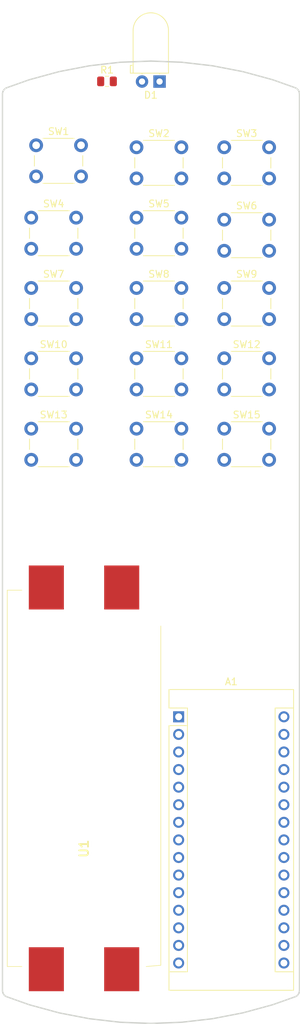
<source format=kicad_pcb>
(kicad_pcb (version 20211014) (generator pcbnew)
  (layers (0 "F.Cu" signal) (31 "B.Cu" signal) (34 "B.Paste" user) (35 "F.Paste" user) (36 "B.SilkS" user "B.Silkscreen") (37 "F.SilkS" user "F.Silkscreen") (38 "B.Mask" user) (39 "F.Mask" user) (44 "Edge.Cuts" user))
  (net 0 "")
  (net 12 "Net-(D1-Pad2)")
  (net 13 "/SW1")
  (net 14 "/SW2")
  (net 15 "/SW3")
  (net 16 "GND")
  (net 17 "+3V0")
  (net 18 "/SW4")
  (net 19 "/SW5")
  (net 20 "/SW6")
  (net 21 "/SW7")
  (net 22 "/SW8")
  (net 23 "/SW9")
  (net 24 "/SW10")
  (net 25 "/SW11")
  (net 26 "/SW12")
  (net 27 "/SW13")
  (net 28 "/SW14")
  (net 29 "/SW15")
  (net 30 "Net-(U1-Pad3)")
  (net 31 "Net-(A1-Pad19)")
  (footprint "Button_Switch_THT:SW_PUSH_6mm" (layer "F.Cu") (at 121.21 94.27)
    (fp_text reference "SW15" (at 3.25 -2) (layer "F.SilkS"))
    (fp_text value "SW_Push")
    (fp_line (start 1 5.5) (end 5.5 5.5) (layer "F.SilkS") (width 0.12))
    (fp_line (start 6.75 3) (end 6.75 1.5) (layer "F.SilkS") (width 0.12))
    (fp_line (start 5.5 -1) (end 1 -1) (layer "F.SilkS") (width 0.12))
    (fp_line (start -0.25 1.5) (end -0.25 3) (layer "F.SilkS") (width 0.12))
    (pad "1" thru_hole circle (at 6.5 0 90) (size 2 2) (drill 1.1) (layers *.Cu *.Mask) (net 16 "GND"))
    (pad "1" thru_hole circle (at 0 0 90) (size 2 2) (drill 1.1) (layers *.Cu *.Mask) (net 16 "GND"))
    (pad "2" thru_hole circle (at 0 4.5 90) (size 2 2) (drill 1.1) (layers *.Cu *.Mask) (net 27 "/SW13"))
    (pad "2" thru_hole circle (at 6.5 4.5 90) (size 2 2) (drill 1.1) (layers *.Cu *.Mask) (net 27 "/SW13"))
  )
  (footprint "Button_Switch_THT:SW_PUSH_6mm" (layer "F.Cu") (at 121.21 84.11)
    (fp_text reference "SW12" (at 3.25 -2) (layer "F.SilkS"))
    (fp_text value "SW_Push")
    (fp_line (start 6.75 3) (end 6.75 1.5) (layer "F.SilkS") (width 0.12))
    (fp_line (start 5.5 -1) (end 1 -1) (layer "F.SilkS") (width 0.12))
    (fp_line (start -0.25 1.5) (end -0.25 3) (layer "F.SilkS") (width 0.12))
    (fp_line (start 1 5.5) (end 5.5 5.5) (layer "F.SilkS") (width 0.12))
    (pad "1" thru_hole circle (at 0 0 90) (size 2 2) (drill 1.1) (layers *.Cu *.Mask) (net 16 "GND"))
    (pad "1" thru_hole circle (at 6.5 0 90) (size 2 2) (drill 1.1) (layers *.Cu *.Mask) (net 16 "GND"))
    (pad "2" thru_hole circle (at 0 4.5 90) (size 2 2) (drill 1.1) (layers *.Cu *.Mask) (net 24 "/SW10"))
    (pad "2" thru_hole circle (at 6.5 4.5 90) (size 2 2) (drill 1.1) (layers *.Cu *.Mask) (net 24 "/SW10"))
  )
  (footprint "Resistor_SMD:R_0805_2012Metric" (layer "F.Cu") (at 104.238897 44.110163)
    (fp_text reference "R1" (at 0 -1.65) (layer "F.SilkS"))
    (fp_text value "R")
    (fp_line (start -0.227064 0.735) (end 0.227064 0.735) (layer "F.SilkS") (width 0.12))
    (fp_line (start -0.227064 -0.735) (end 0.227064 -0.735) (layer "F.SilkS") (width 0.12))
    (pad "1" smd roundrect (at -0.9125 0) (size 1.025 1.4) (layers "F.Cu" "F.Paste" "F.Mask") (roundrect_rratio 0.243902) (net 31 "Net-(A1-Pad19)"))
    (pad "2" smd roundrect (at 0.9125 0) (size 1.025 1.4) (layers "F.Cu" "F.Paste" "F.Mask") (roundrect_rratio 0.243902) (net 12 "Net-(D1-Pad2)"))
  )
  (footprint "Button_Switch_THT:SW_PUSH_6mm" (layer "F.Cu") (at 108.51 94.27)
    (fp_text reference "SW14" (at 3.25 -2) (layer "F.SilkS"))
    (fp_text value "SW_Push")
    (fp_line (start 5.5 -1) (end 1 -1) (layer "F.SilkS") (width 0.12))
    (fp_line (start 6.75 3) (end 6.75 1.5) (layer "F.SilkS") (width 0.12))
    (fp_line (start -0.25 1.5) (end -0.25 3) (layer "F.SilkS") (width 0.12))
    (fp_line (start 1 5.5) (end 5.5 5.5) (layer "F.SilkS") (width 0.12))
    (pad "1" thru_hole circle (at 0 0 90) (size 2 2) (drill 1.1) (layers *.Cu *.Mask) (net 16 "GND"))
    (pad "1" thru_hole circle (at 6.5 0 90) (size 2 2) (drill 1.1) (layers *.Cu *.Mask) (net 16 "GND"))
    (pad "2" thru_hole circle (at 0 4.5 90) (size 2 2) (drill 1.1) (layers *.Cu *.Mask) (net 28 "/SW14"))
    (pad "2" thru_hole circle (at 6.5 4.5 90) (size 2 2) (drill 1.1) (layers *.Cu *.Mask) (net 28 "/SW14"))
  )
  (footprint "SamacSys:1022" (layer "F.Cu") (at 100.912689 144.78 -90)
    (fp_text reference "U1" (at 10.16 0 90) (layer "F.SilkS") (effects (font (size 1.27 1.27) (thickness 0.254))))
    (fp_text value "1022" hide)
    (fp_line (start 27 -11.115) (end -22 -11.115) (layer "F.SilkS") (width 0.1))
    (fp_line (start 27.178 -9) (end 27 -11.115) (layer "F.SilkS") (width 0.1))
    (fp_line (start -27.178 11.115) (end 27.178 11.115) (layer "F.SilkS") (width 0.1))
    (fp_line (start 27.178 11.115) (end 27.178 9) (layer "F.SilkS") (width 0.1))
    (fp_line (start -27.178 9) (end -27.178 11.115) (layer "F.SilkS") (width 0.1))
    (pad "" np_thru_hole circle locked (at -24.395 -10.075 270) (size 1.98 1.98) (drill 1.98) (layers *.Cu *.Mask))
    (pad "1" smd rect locked (at -27.57 -5.455) (size 5.08 6.35) (layers "F.Cu" "F.Paste" "F.Mask") (net 16 "GND"))
    (pad "2" smd rect locked (at -27.57 5.455) (size 5.08 6.35) (layers "F.Cu" "F.Paste" "F.Mask") (net 17 "+3V0"))
    (pad "3" smd rect locked (at 27.57 5.455) (size 5.08 6.35) (layers "F.Cu" "F.Paste" "F.Mask") (net 30 "Net-(U1-Pad3)"))
    (pad "4" smd rect locked (at 27.57 -5.455) (size 5.08 6.35) (layers "F.Cu" "F.Paste" "F.Mask") (net 30 "Net-(U1-Pad3)"))
  )
  (footprint "Button_Switch_THT:SW_PUSH_6mm" (layer "F.Cu") (at 93.27 84.11)
    (fp_text reference "SW10" (at 3.25 -2) (layer "F.SilkS"))
    (fp_text value "SW_Push")
    (fp_line (start 5.5 -1) (end 1 -1) (layer "F.SilkS") (width 0.12))
    (fp_line (start 1 5.5) (end 5.5 5.5) (layer "F.SilkS") (width 0.12))
    (fp_line (start 6.75 3) (end 6.75 1.5) (layer "F.SilkS") (width 0.12))
    (fp_line (start -0.25 1.5) (end -0.25 3) (layer "F.SilkS") (width 0.12))
    (pad "1" thru_hole circle (at 0 0 90) (size 2 2) (drill 1.1) (layers *.Cu *.Mask) (net 16 "GND"))
    (pad "1" thru_hole circle (at 6.5 0 90) (size 2 2) (drill 1.1) (layers *.Cu *.Mask) (net 16 "GND"))
    (pad "2" thru_hole circle (at 6.5 4.5 90) (size 2 2) (drill 1.1) (layers *.Cu *.Mask) (net 26 "/SW12"))
    (pad "2" thru_hole circle (at 0 4.5 90) (size 2 2) (drill 1.1) (layers *.Cu *.Mask) (net 26 "/SW12"))
  )
  (footprint "Button_Switch_THT:SW_PUSH_6mm" (layer "F.Cu") (at 108.51 73.95)
    (fp_text reference "SW8" (at 3.25 -2) (layer "F.SilkS"))
    (fp_text value "SW_Push")
    (fp_line (start -0.25 1.5) (end -0.25 3) (layer "F.SilkS") (width 0.12))
    (fp_line (start 1 5.5) (end 5.5 5.5) (layer "F.SilkS") (width 0.12))
    (fp_line (start 5.5 -1) (end 1 -1) (layer "F.SilkS") (width 0.12))
    (fp_line (start 6.75 3) (end 6.75 1.5) (layer "F.SilkS") (width 0.12))
    (pad "1" thru_hole circle (at 6.5 0 90) (size 2 2) (drill 1.1) (layers *.Cu *.Mask) (net 16 "GND"))
    (pad "1" thru_hole circle (at 0 0 90) (size 2 2) (drill 1.1) (layers *.Cu *.Mask) (net 16 "GND"))
    (pad "2" thru_hole circle (at 0 4.5 90) (size 2 2) (drill 1.1) (layers *.Cu *.Mask) (net 22 "/SW8"))
    (pad "2" thru_hole circle (at 6.5 4.5 90) (size 2 2) (drill 1.1) (layers *.Cu *.Mask) (net 22 "/SW8"))
  )
  (footprint "Button_Switch_THT:SW_PUSH_6mm" (layer "F.Cu") (at 93.27 94.27)
    (fp_text reference "SW13" (at 3.25 -2) (layer "F.SilkS"))
    (fp_text value "SW_Push")
    (fp_line (start 1 5.5) (end 5.5 5.5) (layer "F.SilkS") (width 0.12))
    (fp_line (start 5.5 -1) (end 1 -1) (layer "F.SilkS") (width 0.12))
    (fp_line (start -0.25 1.5) (end -0.25 3) (layer "F.SilkS") (width 0.12))
    (fp_line (start 6.75 3) (end 6.75 1.5) (layer "F.SilkS") (width 0.12))
    (pad "1" thru_hole circle (at 0 0 90) (size 2 2) (drill 1.1) (layers *.Cu *.Mask) (net 16 "GND"))
    (pad "1" thru_hole circle (at 6.5 0 90) (size 2 2) (drill 1.1) (layers *.Cu *.Mask) (net 16 "GND"))
    (pad "2" thru_hole circle (at 0 4.5 90) (size 2 2) (drill 1.1) (layers *.Cu *.Mask) (net 29 "/SW15"))
    (pad "2" thru_hole circle (at 6.5 4.5 90) (size 2 2) (drill 1.1) (layers *.Cu *.Mask) (net 29 "/SW15"))
  )
  (footprint "Button_Switch_THT:SW_PUSH_6mm" (layer "F.Cu") (at 108.51 84.11)
    (fp_text reference "SW11" (at 3.25 -2) (layer "F.SilkS"))
    (fp_text value "SW_Push")
    (fp_line (start 5.5 -1) (end 1 -1) (layer "F.SilkS") (width 0.12))
    (fp_line (start 1 5.5) (end 5.5 5.5) (layer "F.SilkS") (width 0.12))
    (fp_line (start -0.25 1.5) (end -0.25 3) (layer "F.SilkS") (width 0.12))
    (fp_line (start 6.75 3) (end 6.75 1.5) (layer "F.SilkS") (width 0.12))
    (pad "1" thru_hole circle (at 0 0 90) (size 2 2) (drill 1.1) (layers *.Cu *.Mask) (net 16 "GND"))
    (pad "1" thru_hole circle (at 6.5 0 90) (size 2 2) (drill 1.1) (layers *.Cu *.Mask) (net 16 "GND"))
    (pad "2" thru_hole circle (at 6.5 4.5 90) (size 2 2) (drill 1.1) (layers *.Cu *.Mask) (net 25 "/SW11"))
    (pad "2" thru_hole circle (at 0 4.5 90) (size 2 2) (drill 1.1) (layers *.Cu *.Mask) (net 25 "/SW11"))
  )
  (footprint "Button_Switch_THT:SW_PUSH_6mm" (layer "F.Cu") (at 93.98 53.34)
    (fp_text reference "SW1" (at 3.25 -2) (layer "F.SilkS"))
    (fp_text value "SW_Push")
    (fp_line (start -0.25 1.5) (end -0.25 3) (layer "F.SilkS") (width 0.12))
    (fp_line (start 1 5.5) (end 5.5 5.5) (layer "F.SilkS") (width 0.12))
    (fp_line (start 5.5 -1) (end 1 -1) (layer "F.SilkS") (width 0.12))
    (fp_line (start 6.75 3) (end 6.75 1.5) (layer "F.SilkS") (width 0.12))
    (pad "1" thru_hole circle (at 0 0 90) (size 2 2) (drill 1.1) (layers *.Cu *.Mask) (net 16 "GND"))
    (pad "1" thru_hole circle (at 6.5 0 90) (size 2 2) (drill 1.1) (layers *.Cu *.Mask) (net 16 "GND"))
    (pad "2" thru_hole circle (at 0 4.5 90) (size 2 2) (drill 1.1) (layers *.Cu *.Mask) (net 13 "/SW1"))
    (pad "2" thru_hole circle (at 6.5 4.5 90) (size 2 2) (drill 1.1) (layers *.Cu *.Mask) (net 13 "/SW1"))
  )
  (footprint "Button_Switch_THT:SW_PUSH_6mm" (layer "F.Cu") (at 121.21 73.95)
    (fp_text reference "SW9" (at 3.25 -2) (layer "F.SilkS"))
    (fp_text value "SW_Push")
    (fp_line (start 6.75 3) (end 6.75 1.5) (layer "F.SilkS") (width 0.12))
    (fp_line (start 1 5.5) (end 5.5 5.5) (layer "F.SilkS") (width 0.12))
    (fp_line (start -0.25 1.5) (end -0.25 3) (layer "F.SilkS") (width 0.12))
    (fp_line (start 5.5 -1) (end 1 -1) (layer "F.SilkS") (width 0.12))
    (pad "1" thru_hole circle (at 6.5 0 90) (size 2 2) (drill 1.1) (layers *.Cu *.Mask) (net 16 "GND"))
    (pad "1" thru_hole circle (at 0 0 90) (size 2 2) (drill 1.1) (layers *.Cu *.Mask) (net 16 "GND"))
    (pad "2" thru_hole circle (at 6.5 4.5 90) (size 2 2) (drill 1.1) (layers *.Cu *.Mask) (net 21 "/SW7"))
    (pad "2" thru_hole circle (at 0 4.5 90) (size 2 2) (drill 1.1) (layers *.Cu *.Mask) (net 21 "/SW7"))
  )
  (footprint "Button_Switch_THT:SW_PUSH_6mm" (layer "F.Cu") (at 108.51 53.63)
    (fp_text reference "SW2" (at 3.25 -2) (layer "F.SilkS"))
    (fp_text value "SW_Push")
    (fp_line (start 1 5.5) (end 5.5 5.5) (layer "F.SilkS") (width 0.12))
    (fp_line (start 6.75 3) (end 6.75 1.5) (layer "F.SilkS") (width 0.12))
    (fp_line (start -0.25 1.5) (end -0.25 3) (layer "F.SilkS") (width 0.12))
    (fp_line (start 5.5 -1) (end 1 -1) (layer "F.SilkS") (width 0.12))
    (pad "1" thru_hole circle (at 6.5 0 90) (size 2 2) (drill 1.1) (layers *.Cu *.Mask) (net 16 "GND"))
    (pad "1" thru_hole circle (at 0 0 90) (size 2 2) (drill 1.1) (layers *.Cu *.Mask) (net 16 "GND"))
    (pad "2" thru_hole circle (at 0 4.5 90) (size 2 2) (drill 1.1) (layers *.Cu *.Mask) (net 15 "/SW3"))
    (pad "2" thru_hole circle (at 6.5 4.5 90) (size 2 2) (drill 1.1) (layers *.Cu *.Mask) (net 15 "/SW3"))
  )
  (footprint "Button_Switch_THT:SW_PUSH_6mm" (layer "F.Cu") (at 121.21 64.08)
    (fp_text reference "SW6" (at 3.25 -2) (layer "F.SilkS"))
    (fp_text value "SW_Push")
    (fp_line (start 6.75 3) (end 6.75 1.5) (layer "F.SilkS") (width 0.12))
    (fp_line (start 1 5.5) (end 5.5 5.5) (layer "F.SilkS") (width 0.12))
    (fp_line (start 5.5 -1) (end 1 -1) (layer "F.SilkS") (width 0.12))
    (fp_line (start -0.25 1.5) (end -0.25 3) (layer "F.SilkS") (width 0.12))
    (pad "1" thru_hole circle (at 0 0 90) (size 2 2) (drill 1.1) (layers *.Cu *.Mask) (net 16 "GND"))
    (pad "1" thru_hole circle (at 6.5 0 90) (size 2 2) (drill 1.1) (layers *.Cu *.Mask) (net 16 "GND"))
    (pad "2" thru_hole circle (at 6.5 4.5 90) (size 2 2) (drill 1.1) (layers *.Cu *.Mask) (net 18 "/SW4"))
    (pad "2" thru_hole circle (at 0 4.5 90) (size 2 2) (drill 1.1) (layers *.Cu *.Mask) (net 18 "/SW4"))
  )
  (footprint "Button_Switch_THT:SW_PUSH_6mm" (layer "F.Cu") (at 93.27 63.79)
    (fp_text reference "SW4" (at 3.25 -2) (layer "F.SilkS"))
    (fp_text value "SW_Push")
    (fp_line (start 6.75 3) (end 6.75 1.5) (layer "F.SilkS") (width 0.12))
    (fp_line (start 1 5.5) (end 5.5 5.5) (layer "F.SilkS") (width 0.12))
    (fp_line (start -0.25 1.5) (end -0.25 3) (layer "F.SilkS") (width 0.12))
    (fp_line (start 5.5 -1) (end 1 -1) (layer "F.SilkS") (width 0.12))
    (pad "1" thru_hole circle (at 6.5 0 90) (size 2 2) (drill 1.1) (layers *.Cu *.Mask) (net 16 "GND"))
    (pad "1" thru_hole circle (at 0 0 90) (size 2 2) (drill 1.1) (layers *.Cu *.Mask) (net 16 "GND"))
    (pad "2" thru_hole circle (at 6.5 4.5 90) (size 2 2) (drill 1.1) (layers *.Cu *.Mask) (net 20 "/SW6"))
    (pad "2" thru_hole circle (at 0 4.5 90) (size 2 2) (drill 1.1) (layers *.Cu *.Mask) (net 20 "/SW6"))
  )
  (footprint "Button_Switch_THT:SW_PUSH_6mm" (layer "F.Cu") (at 121.21 53.63)
    (fp_text reference "SW3" (at 3.25 -2) (layer "F.SilkS"))
    (fp_text value "SW_Push")
    (fp_line (start 1 5.5) (end 5.5 5.5) (layer "F.SilkS") (width 0.12))
    (fp_line (start 5.5 -1) (end 1 -1) (layer "F.SilkS") (width 0.12))
    (fp_line (start -0.25 1.5) (end -0.25 3) (layer "F.SilkS") (width 0.12))
    (fp_line (start 6.75 3) (end 6.75 1.5) (layer "F.SilkS") (width 0.12))
    (pad "1" thru_hole circle (at 6.5 0 90) (size 2 2) (drill 1.1) (layers *.Cu *.Mask) (net 16 "GND"))
    (pad "1" thru_hole circle (at 0 0 90) (size 2 2) (drill 1.1) (layers *.Cu *.Mask) (net 16 "GND"))
    (pad "2" thru_hole circle (at 6.5 4.5 90) (size 2 2) (drill 1.1) (layers *.Cu *.Mask) (net 14 "/SW2"))
    (pad "2" thru_hole circle (at 0 4.5 90) (size 2 2) (drill 1.1) (layers *.Cu *.Mask) (net 14 "/SW2"))
  )
  (footprint "LED_THT:LED_D5.0mm_Horizontal_O1.27mm_Z3.0mm" (layer "F.Cu") (at 111.848516 44.133972 180)
    (fp_text reference "D1" (at 1.27 -1.96 180) (layer "F.SilkS"))
    (fp_text value "LED")
    (fp_line (start 0 1.08) (end 0 1.08) (layer "F.SilkS") (width 0.12))
    (fp_line (start -1.29 1.21) (end -1.29 7.37) (layer "F.SilkS") (width 0.12))
    (fp_line (start -1.29 1.21) (end 3.83 1.21) (layer "F.SilkS") (width 0.12))
    (fp_line (start 3.83 1.21) (end 3.83 7.37) (layer "F.SilkS") (width 0.12))
    (fp_line (start 0 1.21) (end 0 1.21) (layer "F.SilkS") (width 0.12))
    (fp_line (start 3.83 1.21) (end 4.23 1.21) (layer "F.SilkS") (width 0.12))
    (fp_line (start 2.54 1.08) (end 2.54 1.21) (layer "F.SilkS") (width 0.12))
    (fp_line (start 3.83 2.33) (end 3.83 1.21) (layer "F.SilkS") (width 0.12))
    (fp_line (start 2.54 1.21) (end 2.54 1.21) (layer "F.SilkS") (width 0.12))
    (fp_line (start 4.23 2.33) (end 3.83 2.33) (layer "F.SilkS") (width 0.12))
    (fp_line (start 2.54 1.08) (end 2.54 1.08) (layer "F.SilkS") (width 0.12))
    (fp_line (start 0 1.21) (end 0 1.08) (layer "F.SilkS") (width 0.12))
    (fp_line (start 4.23 1.21) (end 4.23 2.33) (layer "F.SilkS") (width 0.12))
    (fp_line (start 0 1.08) (end 0 1.21) (layer "F.SilkS") (width 0.12))
    (fp_line (start 2.54 1.21) (end 2.54 1.08) (layer "F.SilkS") (width 0.12))
    (fp_arc (start 3.83 7.37) (mid 1.27 9.93) (end -1.29 7.37) (layer "F.SilkS") (width 0.12))
    (pad "1" thru_hole rect (at 0 0 180) (size 1.8 1.8) (drill 0.9) (layers *.Cu *.Mask) (net 16 "GND"))
    (pad "2" thru_hole circle (at 2.54 0 180) (size 1.8 1.8) (drill 0.9) (layers *.Cu *.Mask) (net 12 "Net-(D1-Pad2)"))
  )
  (footprint "Button_Switch_THT:SW_PUSH_6mm" (layer "F.Cu") (at 108.51 63.79)
    (fp_text reference "SW5" (at 3.25 -2) (layer "F.SilkS"))
    (fp_text value "SW_Push")
    (fp_line (start 5.5 -1) (end 1 -1) (layer "F.SilkS") (width 0.12))
    (fp_line (start 1 5.5) (end 5.5 5.5) (layer "F.SilkS") (width 0.12))
    (fp_line (start 6.75 3) (end 6.75 1.5) (layer "F.SilkS") (width 0.12))
    (fp_line (start -0.25 1.5) (end -0.25 3) (layer "F.SilkS") (width 0.12))
    (pad "1" thru_hole circle (at 6.5 0 90) (size 2 2) (drill 1.1) (layers *.Cu *.Mask) (net 16 "GND"))
    (pad "1" thru_hole circle (at 0 0 90) (size 2 2) (drill 1.1) (layers *.Cu *.Mask) (net 16 "GND"))
    (pad "2" thru_hole circle (at 6.5 4.5 90) (size 2 2) (drill 1.1) (layers *.Cu *.Mask) (net 19 "/SW5"))
    (pad "2" thru_hole circle (at 0 4.5 90) (size 2 2) (drill 1.1) (layers *.Cu *.Mask) (net 19 "/SW5"))
  )
  (footprint "Module:Arduino_Nano_WithMountingHoles" (layer "F.Cu") (at 114.612099 135.89)
    (fp_text reference "A1" (at 7.62 -5.08) (layer "F.SilkS"))
    (fp_text value "Arduino_Nano_v3.x")
    (fp_line (start 1.27 -1.27) (end -1.4 -1.27) (layer "F.SilkS") (width 0.12))
    (fp_line (start 1.27 1.27) (end 1.27 36.83) (layer "F.SilkS") (width 0.12))
    (fp_line (start 16.64 -3.94) (end -1.4 -3.94) (layer "F.SilkS") (width 0.12))
    (fp_line (start -1.4 39.5) (end 16.64 39.5) (layer "F.SilkS") (width 0.12))
    (fp_line (start 1.27 1.27) (end -1.4 1.27) (layer "F.SilkS") (width 0.12))
    (fp_line (start 13.97 36.83) (end 16.64 36.83) (layer "F.SilkS") (width 0.12))
    (fp_line (start -1.4 -3.94) (end -1.4 -1.27) (layer "F.SilkS") (width 0.12))
    (fp_line (start 16.64 39.5) (end 16.64 -3.94) (layer "F.SilkS") (width 0.12))
    (fp_line (start 13.97 -1.27) (end 16.64 -1.27) (layer "F.SilkS") (width 0.12))
    (fp_line (start 1.27 1.27) (end 1.27 -1.27) (layer "F.SilkS") (width 0.12))
    (fp_line (start 1.27 36.83) (end -1.4 36.83) (layer "F.SilkS") (width 0.12))
    (fp_line (start -1.4 1.27) (end -1.4 39.5) (layer "F.SilkS") (width 0.12))
    (fp_line (start 13.97 -1.27) (end 13.97 36.83) (layer "F.SilkS") (width 0.12))
    (pad "" np_thru_hole circle (at 15.24 38.1) (size 1.78 1.78) (drill 1.78) (layers *.Cu *.Mask))
    (pad "" np_thru_hole circle (at 0 -2.54) (size 1.78 1.78) (drill 1.78) (layers *.Cu *.Mask))
    (pad "" np_thru_hole circle (at 0 38.1) (size 1.78 1.78) (drill 1.78) (layers *.Cu *.Mask))
    (pad "" np_thru_hole circle (at 15.24 -2.54) (size 1.78 1.78) (drill 1.78) (layers *.Cu *.Mask))
    (pad "1" thru_hole rect (at 0 0) (size 1.6 1.6) (drill 1) (layers *.Cu *.Mask) (net 14 "/SW2"))
    (pad "2" thru_hole oval (at 0 2.54) (size 1.6 1.6) (drill 1) (layers *.Cu *.Mask) (net 13 "/SW1"))
    (pad "3" thru_hole oval (at 0 5.08) (size 1.6 1.6) (drill 1) (layers *.Cu *.Mask))
    (pad "4" thru_hole oval (at 0 7.62) (size 1.6 1.6) (drill 1) (layers *.Cu *.Mask) (net 16 "GND"))
    (pad "5" thru_hole oval (at 0 10.16) (size 1.6 1.6) (drill 1) (layers *.Cu *.Mask) (net 15 "/SW3"))
    (pad "6" thru_hole oval (at 0 12.7) (size 1.6 1.6) (drill 1) (layers *.Cu *.Mask) (net 18 "/SW4"))
    (pad "7" thru_hole oval (at 0 15.24) (size 1.6 1.6) (drill 1) (layers *.Cu *.Mask) (net 19 "/SW5"))
    (pad "8" thru_hole oval (at 0 17.78) (size 1.6 1.6) (drill 1) (layers *.Cu *.Mask) (net 20 "/SW6"))
    (pad "9" thru_hole oval (at 0 20.32) (size 1.6 1.6) (drill 1) (layers *.Cu *.Mask) (net 21 "/SW7"))
    (pad "10" thru_hole oval (at 0 22.86) (size 1.6 1.6) (drill 1) (layers *.Cu *.Mask) (net 22 "/SW8"))
    (pad "11" thru_hole oval (at 0 25.4) (size 1.6 1.6) (drill 1) (layers *.Cu *.Mask) (net 23 "/SW9"))
    (pad "12" thru_hole oval (at 0 27.94) (size 1.6 1.6) (drill 1) (layers *.Cu *.Mask) (net 24 "/SW10"))
    (pad "13" thru_hole oval (at 0 30.48) (size 1.6 1.6) (drill 1) (layers *.Cu *.Mask) (net 25 "/SW11"))
    (pad "14" thru_hole oval (at 0 33.02) (size 1.6 1.6) (drill 1) (layers *.Cu *.Mask) (net 26 "/SW12"))
    (pad "15" thru_hole oval (at 0 35.56) (size 1.6 1.6) (drill 1) (layers *.Cu *.Mask) (net 27 "/SW13"))
    (pad "16" thru_hole oval (at 15.24 35.56) (size 1.6 1.6) (drill 1) (layers *.Cu *.Mask) (net 28 "/SW14"))
    (pad "17" thru_hole oval (at 15.24 33.02) (size 1.6 1.6) (drill 1) (layers *.Cu *.Mask) (net 17 "+3V0"))
    (pad "18" thru_hole oval (at 15.24 30.48) (size 1.6 1.6) (drill 1) (layers *.Cu *.Mask))
    (pad "19" thru_hole oval (at 15.24 27.94) (size 1.6 1.6) (drill 1) (layers *.Cu *.Mask) (net 31 "Net-(A1-Pad19)"))
    (pad "20" thru_hole oval (at 15.24 25.4) (size 1.6 1.6) (drill 1) (layers *.Cu *.Mask))
    (pad "21" thru_hole oval (at 15.24 22.86) (size 1.6 1.6) (drill 1) (layers *.Cu *.Mask))
    (pad "22" thru_hole oval (at 15.24 20.32) (size 1.6 1.6) (drill 1) (layers *.Cu *.Mask))
    (pad "23" thru_hole oval (at 15.24 17.78) (size 1.6 1.6) (drill 1) (layers *.Cu *.Mask))
    (pad "24" thru_hole oval (at 15.24 15.24) (size 1.6 1.6) (drill 1) (layers *.Cu *.Mask))
    (pad "25" thru_hole oval (at 15.24 12.7) (size 1.6 1.6) (drill 1) (layers *.Cu *.Mask))
    (pad "26" thru_hole oval (at 15.24 10.16) (size 1.6 1.6) (drill 1) (layers *.Cu *.Mask) (net 29 "/SW15"))
    (pad "27" thru_hole oval (at 15.24 7.62) (size 1.6 1.6) (drill 1) (layers *.Cu *.Mask))
    (pad "28" thru_hole oval (at 15.24 5.08) (size 1.6 1.6) (drill 1) (layers *.Cu *.Mask))
    (pad "29" thru_hole oval (at 15.24 2.54) (size 1.6 1.6) (drill 1) (layers *.Cu *.Mask) (net 16 "GND"))
    (pad "30" thru_hole oval (at 15.24 0) (size 1.6 1.6) (drill 1) (layers *.Cu *.Mask))
  )
  (footprint "Button_Switch_THT:SW_PUSH_6mm" (layer "F.Cu") (at 93.27 73.95)
    (fp_text reference "SW7" (at 3.25 -2) (layer "F.SilkS"))
    (fp_text value "SW_Push")
    (fp_line (start 1 5.5) (end 5.5 5.5) (layer "F.SilkS") (width 0.12))
    (fp_line (start 5.5 -1) (end 1 -1) (layer "F.SilkS") (width 0.12))
    (fp_line (start -0.25 1.5) (end -0.25 3) (layer "F.SilkS") (width 0.12))
    (fp_line (start 6.75 3) (end 6.75 1.5) (layer "F.SilkS") (width 0.12))
    (pad "1" thru_hole circle (at 0 0 90) (size 2 2) (drill 1.1) (layers *.Cu *.Mask) (net 16 "GND"))
    (pad "1" thru_hole circle (at 6.5 0 90) (size 2 2) (drill 1.1) (layers *.Cu *.Mask) (net 16 "GND"))
    (pad "2" thru_hole circle (at 0 4.5 90) (size 2 2) (drill 1.1) (layers *.Cu *.Mask) (net 23 "/SW9"))
    (pad "2" thru_hole circle (at 6.5 4.5 90) (size 2 2) (drill 1.1) (layers *.Cu *.Mask) (net 23 "/SW9"))
  )
  (gr_line (start 89.4401 176.1513) (end 89.4901 176.1927) (layer "Edge.Cuts") (width 0.2))
  (gr_line (start 89.3837 176.0964) (end 89.3929 176.1063) (layer "Edge.Cuts") (width 0.2))
  (gr_line (start 131.6693 45.1221) (end 131.6143 45.0885) (layer "Edge.Cuts") (width 0.2))
  (gr_line (start 89.106 175.4369) (end 89.1103 175.5027) (layer "Edge.Cuts") (width 0.2))
  (gr_line (start 131.9125 45.3551) (end 131.872 45.304) (layer "Edge.Cuts") (width 0.2))
  (gr_line (start 131.6143 45.0885) (end 131.6015 45.0816) (layer "Edge.Cuts") (width 0.2))
  (gr_line (start 89.1704 175.7577) (end 89.1738 175.7669) (layer "Edge.Cuts") (width 0.2))
  (gr_line (start 123.9458 42.7112) (end 123.884 42.695) (layer "Edge.Cuts") (width 0.2))
  (gr_line (start 110.669599 180.1739) (end 115.0609 180.0069) (layer "Edge.Cuts") (width 0.2))
  (gr_line (start 97.328 42.695) (end 97.2662 42.7112) (layer "Edge.Cuts") (width 0.2))
  (gr_line (start 101.65522 41.8643) (end 97.328 42.695) (layer "Edge.Cuts") (width 0.2))
  (gr_line (start 131.4853 176.3256) (end 131.5443 176.3004) (layer "Edge.Cuts") (width 0.2))
  (gr_line (start 128.2697 43.8893) (end 128.2092 43.8685) (layer "Edge.Cuts") (width 0.2))
  (gr_line (start 132.0126 45.5246) (end 131.983 45.4657) (layer "Edge.Cuts") (width 0.2))
  (gr_line (start 132.08 45.72) (end 132.0629 45.6567) (layer "Edge.Cuts") (width 0.2))
  (gr_line (start 106.1511 180.0069) (end 110.542401 180.1739) (layer "Edge.Cuts") (width 0.2))
  (gr_line (start 93.0028 43.8685) (end 92.9423 43.8893) (layer "Edge.Cuts") (width 0.2))
  (gr_line (start 110.542401 180.1739) (end 110.606 180.1762) (layer "Edge.Cuts") (width 0.2))
  (gr_line (start 89.1103 175.5027) (end 89.119 175.5679) (layer "Edge.Cuts") (width 0.2))
  (gr_line (start 89.106 45.9155) (end 89.106 175.4369) (layer "Edge.Cuts") (width 0.2))
  (gr_line (start 131.9496 175.9433) (end 131.983 175.8867) (layer "Edge.Cuts") (width 0.2))
  (gr_line (start 89.2624 45.4091) (end 89.229 45.4657) (layer "Edge.Cuts") (width 0.2))
  (gr_line (start 132.0629 175.6957) (end 132.08 175.6324) (layer "Edge.Cuts") (width 0.2))
  (gr_line (start 89.34 45.304) (end 89.2995 45.3551) (layer "Edge.Cuts") (width 0.2))
  (gr_line (start 89.1491 175.6957) (end 89.1704 175.7577) (layer "Edge.Cuts") (width 0.2))
  (gr_line (start 132.08 175.6324) (end 132.093 175.5679) (layer "Edge.Cuts") (width 0.2))
  (gr_line (start 89.1994 175.8278) (end 89.229 175.8867) (layer "Edge.Cuts") (width 0.2))
  (gr_line (start 132.0382 175.7669) (end 132.0416 175.7577) (layer "Edge.Cuts") (width 0.2))
  (gr_line (start 115.0609 180.0069) (end 115.12419 179.9999) (layer "Edge.Cuts") (width 0.2))
  (gr_line (start 92.9423 43.8893) (end 89.7267 45.0268) (layer "Edge.Cuts") (width 0.2))
  (gr_line (start 131.8283 176.0964) (end 131.872 176.0484) (layer "Edge.Cuts") (width 0.2))
  (gr_line (start 89.7267 45.0268) (end 89.6677 45.052) (layer "Edge.Cuts") (width 0.2))
  (gr_line (start 92.9423 177.4631) (end 93.0028 177.4839) (layer "Edge.Cuts") (width 0.2))
  (gr_line (start 131.6015 45.0816) (end 131.5443 45.052) (layer "Edge.Cuts") (width 0.2))
  (gr_line (start 128.2092 43.8685) (end 123.9458 42.7112) (layer "Edge.Cuts") (width 0.2))
  (gr_line (start 89.1103 45.8497) (end 89.106 45.9155) (layer "Edge.Cuts") (width 0.2))
  (gr_line (start 132.093 45.7845) (end 132.08 45.72) (layer "Edge.Cuts") (width 0.2))
  (gr_line (start 97.328 178.6574) (end 101.65522 179.4881) (layer "Edge.Cuts") (width 0.2))
  (gr_line (start 89.119 45.7845) (end 89.1103 45.8497) (layer "Edge.Cuts") (width 0.2))
  (gr_line (start 89.3929 176.1063) (end 89.4401 176.1513) (layer "Edge.Cuts") (width 0.2))
  (gr_line (start 131.7719 45.2011) (end 131.7219 45.1597) (layer "Edge.Cuts") (width 0.2))
  (gr_line (start 110.542401 41.1785) (end 106.1511 41.3455) (layer "Edge.Cuts") (width 0.2))
  (gr_line (start 89.6105 176.2708) (end 89.6677 176.3004) (layer "Edge.Cuts") (width 0.2))
  (gr_line (start 131.7719 176.1513) (end 131.8191 176.1063) (layer "Edge.Cuts") (width 0.2))
  (gr_line (start 132.093 175.5679) (end 132.1017 175.5027) (layer "Edge.Cuts") (width 0.2))
  (gr_line (start 131.5443 176.3004) (end 131.6015 176.2708) (layer "Edge.Cuts") (width 0.2))
  (gr_line (start 89.6105 45.0816) (end 89.5977 45.0885) (layer "Edge.Cuts") (width 0.2))
  (gr_line (start 89.34 176.0484) (end 89.3837 176.0964) (layer "Edge.Cuts") (width 0.2))
  (gr_line (start 132.0382 45.5855) (end 132.0126 45.5246) (layer "Edge.Cuts") (width 0.2))
  (gr_line (start 106.08781 179.9999) (end 106.1511 180.0069) (layer "Edge.Cuts") (width 0.2))
  (gr_line (start 132.0629 45.6567) (end 132.0416 45.5947) (layer "Edge.Cuts") (width 0.2))
  (gr_line (start 131.6143 176.2639) (end 131.6693 176.2303) (layer "Edge.Cuts") (width 0.2))
  (gr_line (start 89.5977 176.2639) (end 89.6105 176.2708) (layer "Edge.Cuts") (width 0.2))
  (gr_line (start 132.1017 45.8497) (end 132.093 45.7845) (layer "Edge.Cuts") (width 0.2))
  (gr_line (start 89.2995 45.3551) (end 89.2624 45.4091) (layer "Edge.Cuts") (width 0.2))
  (gr_line (start 89.5427 45.1221) (end 89.4901 45.1597) (layer "Edge.Cuts") (width 0.2))
  (gr_line (start 119.55678 179.4881) (end 123.884 178.6574) (layer "Edge.Cuts") (width 0.2))
  (gr_line (start 132.0416 45.5947) (end 132.0382 45.5855) (layer "Edge.Cuts") (width 0.2))
  (gr_line (start 89.3929 45.2461) (end 89.3837 45.256) (layer "Edge.Cuts") (width 0.2))
  (gr_line (start 101.71789 179.4998) (end 106.08781 179.9999) (layer "Edge.Cuts") (width 0.2))
  (gr_line (start 89.132 175.6324) (end 89.1491 175.6957) (layer "Edge.Cuts") (width 0.2))
  (gr_line (start 119.49411 179.4998) (end 119.55678 179.4881) (layer "Edge.Cuts") (width 0.2))
  (gr_line (start 123.884 178.6574) (end 123.9458 178.6412) (layer "Edge.Cuts") (width 0.2))
  (gr_line (start 110.606 180.1762) (end 110.669599 180.1739) (layer "Edge.Cuts") (width 0.2))
  (gr_line (start 115.12419 179.9999) (end 119.49411 179.4998) (layer "Edge.Cuts") (width 0.2))
  (gr_line (start 89.4901 176.1927) (end 89.5427 176.2303) (layer "Edge.Cuts") (width 0.2))
  (gr_line (start 101.65522 179.4881) (end 101.71789 179.4998) (layer "Edge.Cuts") (width 0.2))
  (gr_line (start 110.606 41.1762) (end 110.542401 41.1785) (layer "Edge.Cuts") (width 0.2))
  (gr_line (start 119.55678 41.8643) (end 119.49411 41.8526) (layer "Edge.Cuts") (width 0.2))
  (gr_line (start 131.8191 45.2461) (end 131.7719 45.2011) (layer "Edge.Cuts") (width 0.2))
  (gr_line (start 89.132 45.72) (end 89.119 45.7845) (layer "Edge.Cuts") (width 0.2))
  (gr_line (start 89.7267 176.3256) (end 92.9423 177.4631) (layer "Edge.Cuts") (width 0.2))
  (gr_line (start 131.8191 176.1063) (end 131.8283 176.0964) (layer "Edge.Cuts") (width 0.2))
  (gr_line (start 131.9496 45.4091) (end 131.9125 45.3551) (layer "Edge.Cuts") (width 0.2))
  (gr_line (start 89.4401 45.2011) (end 89.3929 45.2461) (layer "Edge.Cuts") (width 0.2))
  (gr_line (start 89.1704 45.5947) (end 89.1491 45.6567) (layer "Edge.Cuts") (width 0.2))
  (gr_line (start 132.0416 175.7577) (end 132.0629 175.6957) (layer "Edge.Cuts") (width 0.2))
  (gr_line (start 131.872 176.0484) (end 131.9125 175.9973) (layer "Edge.Cuts") (width 0.2))
  (gr_line (start 89.229 175.8867) (end 89.2624 175.9433) (layer "Edge.Cuts") (width 0.2))
  (gr_line (start 131.5443 45.052) (end 131.4853 45.0268) (layer "Edge.Cuts") (width 0.2))
  (gr_line (start 89.4901 45.1597) (end 89.4401 45.2011) (layer "Edge.Cuts") (width 0.2))
  (gr_line (start 89.6677 45.052) (end 89.6105 45.0816) (layer "Edge.Cuts") (width 0.2))
  (gr_line (start 89.6677 176.3004) (end 89.7267 176.3256) (layer "Edge.Cuts") (width 0.2))
  (gr_line (start 89.5427 176.2303) (end 89.5977 176.2639) (layer "Edge.Cuts") (width 0.2))
  (gr_line (start 89.1491 45.6567) (end 89.132 45.72) (layer "Edge.Cuts") (width 0.2))
  (gr_line (start 123.884 42.695) (end 119.55678 41.8643) (layer "Edge.Cuts") (width 0.2))
  (gr_line (start 89.1738 45.5855) (end 89.1704 45.5947) (layer "Edge.Cuts") (width 0.2))
  (gr_line (start 131.7219 176.1927) (end 131.7719 176.1513) (layer "Edge.Cuts") (width 0.2))
  (gr_line (start 128.2697 177.4631) (end 131.4853 176.3256) (layer "Edge.Cuts") (width 0.2))
  (gr_line (start 131.6015 176.2708) (end 131.6143 176.2639) (layer "Edge.Cuts") (width 0.2))
  (gr_line (start 101.71789 41.8526) (end 101.65522 41.8643) (layer "Edge.Cuts") (width 0.2))
  (gr_line (start 131.4853 45.0268) (end 128.2697 43.8893) (layer "Edge.Cuts") (width 0.2))
  (gr_line (start 89.2624 175.9433) (end 89.2995 175.9973) (layer "Edge.Cuts") (width 0.2))
  (gr_line (start 128.2092 177.4839) (end 128.2697 177.4631) (layer "Edge.Cuts") (width 0.2))
  (gr_line (start 89.119 175.5679) (end 89.132 175.6324) (layer "Edge.Cuts") (width 0.2))
  (gr_line (start 89.5977 45.0885) (end 89.5427 45.1221) (layer "Edge.Cuts") (width 0.2))
  (gr_line (start 131.983 45.4657) (end 131.9496 45.4091) (layer "Edge.Cuts") (width 0.2))
  (gr_line (start 131.983 175.8867) (end 132.0126 175.8278) (layer "Edge.Cuts") (width 0.2))
  (gr_line (start 93.0028 177.4839) (end 97.2662 178.6412) (layer "Edge.Cuts") (width 0.2))
  (gr_line (start 131.6693 176.2303) (end 131.7219 176.1927) (layer "Edge.Cuts") (width 0.2))
  (gr_line (start 132.1017 175.5027) (end 132.106 175.4369) (layer "Edge.Cuts") (width 0.2))
  (gr_line (start 97.2662 42.7112) (end 93.0028 43.8685) (layer "Edge.Cuts") (width 0.2))
  (gr_line (start 119.49411 41.8526) (end 115.12419 41.3525) (layer "Edge.Cuts") (width 0.2))
  (gr_line (start 106.08781 41.3525) (end 101.71789 41.8526) (layer "Edge.Cuts") (width 0.2))
  (gr_line (start 131.8283 45.256) (end 131.8191 45.2461) (layer "Edge.Cuts") (width 0.2))
  (gr_line (start 115.12419 41.3525) (end 115.0609 41.3455) (layer "Edge.Cuts") (width 0.2))
  (gr_line (start 110.669599 41.1785) (end 110.606 41.1762) (layer "Edge.Cuts") (width 0.2))
  (gr_line (start 89.2995 175.9973) (end 89.34 176.0484) (layer "Edge.Cuts") (width 0.2))
  (gr_line (start 89.229 45.4657) (end 89.1994 45.5246) (layer "Edge.Cuts") (width 0.2))
  (gr_line (start 132.0126 175.8278) (end 132.0382 175.7669) (layer "Edge.Cuts") (width 0.2))
  (gr_line (start 115.0609 41.3455) (end 110.669599 41.1785) (layer "Edge.Cuts") (width 0.2))
  (gr_line (start 131.7219 45.1597) (end 131.6693 45.1221) (layer "Edge.Cuts") (width 0.2))
  (gr_line (start 97.2662 178.6412) (end 97.328 178.6574) (layer "Edge.Cuts") (width 0.2))
  (gr_line (start 132.106 175.4369) (end 132.106 45.9155) (layer "Edge.Cuts") (width 0.2))
  (gr_line (start 131.9125 175.9973) (end 131.9496 175.9433) (layer "Edge.Cuts") (width 0.2))
  (gr_line (start 131.872 45.304) (end 131.8283 45.256) (layer "Edge.Cuts") (width 0.2))
  (gr_line (start 89.1994 45.5246) (end 89.1738 45.5855) (layer "Edge.Cuts") (width 0.2))
  (gr_line (start 89.1738 175.7669) (end 89.1994 175.8278) (layer "Edge.Cuts") (width 0.2))
  (gr_line (start 123.9458 178.6412) (end 128.2092 177.4839) (layer "Edge.Cuts") (width 0.2))
  (gr_line (start 89.3837 45.256) (end 89.34 45.304) (layer "Edge.Cuts") (width 0.2))
  (gr_line (start 132.106 45.9155) (end 132.1017 45.8497) (layer "Edge.Cuts") (width 0.2))
  (gr_line (start 106.1511 41.3455) (end 106.08781 41.3525) (layer "Edge.Cuts") (width 0.2))
)
</source>
